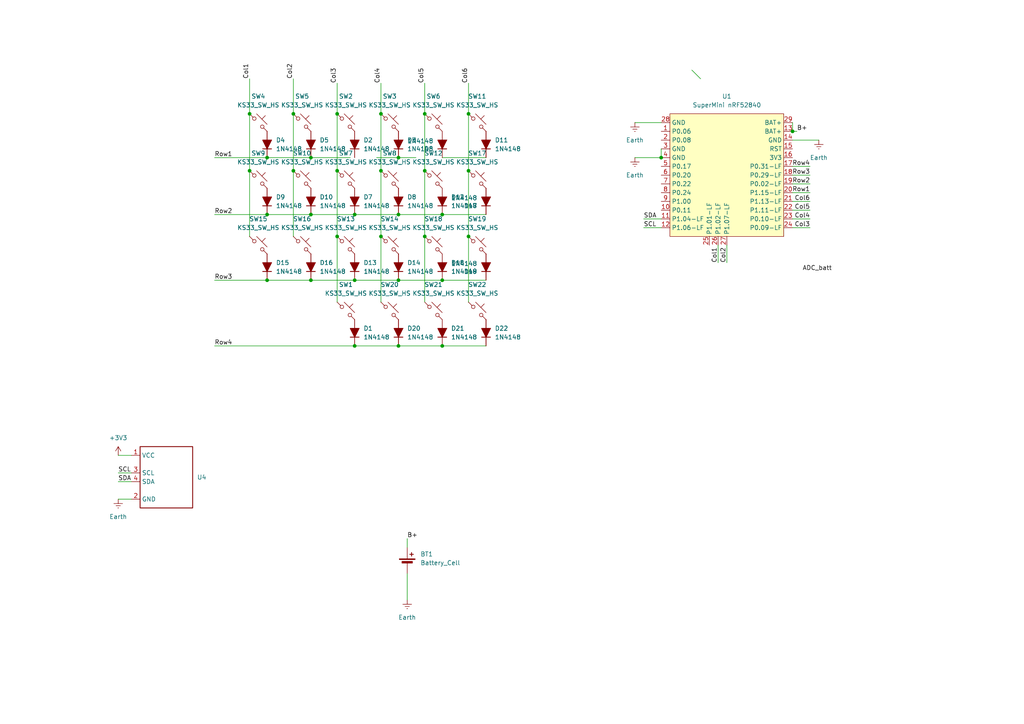
<source format=kicad_sch>
(kicad_sch (version 20250114) (generator "eeschema") (generator_version "9.0")
  (paper "A4")
  (lib_symbols
    (symbol "Device:Battery_Cell" (pin_numbers (hide yes)) (pin_names (offset 0) (hide yes))
      (property "Reference" "BT" (at 2.54 2.54 0))
      (property "Value" "Battery_Cell" (at 2.54 0 0))
      (symbol "Battery_Cell_0_1"
        (rectangle (start -2.286 1.778) (end 2.286 1.524) (fill (type outline)))
        (rectangle (start -1.524 1.016) (end 1.524 0.508) (fill (type outline)))
        (polyline (pts (xy 0 1.778) (xy 0 2.54)))
        (polyline (pts (xy 0 0.762) (xy 0 0)))
        (polyline (pts (xy 0.762 3.048) (xy 1.778 3.048)) (stroke (width 0.254)))
        (polyline (pts (xy 1.27 3.556) (xy 1.27 2.54)) (stroke (width 0.254)))
      )
      (symbol "Battery_Cell_1_1"
        (pin passive line (at 0 5.08 270) (length 2.54) (name "+") (number "1"))
        (pin passive line (at 0 -2.54 90) (length 2.54) (name "-") (number "2"))
      )
    )
    (symbol "Library:SSD1306-128X64-OLED-0.96"
      (property "Reference" "U?" (at 8.382 1.27 0))
      (symbol "SSD1306-128X64-OLED-0.96_0_0"
        (rectangle (start -5.08 10.16) (end 10.16 -7.62) (stroke (width 0.254)))
      )
      (symbol "SSD1306-128X64-OLED-0.96_1_0"
        (pin power_in line (at -7.62 7.62 0) (length 2.54) (name "VCC") (number "1"))
        (pin passive line (at -7.62 2.54 0) (length 2.54) (name "SCL") (number "3"))
        (pin input line (at -7.62 0 0) (length 2.54) (name "SDA") (number "4"))
        (pin power_in line (at -7.62 -5.08 0) (length 2.54) (name "GND") (number "2"))
      )
    )
    (symbol "PCM_Diode_AKL:1N4148" (pin_numbers (hide yes)) (pin_names (offset 1.016) (hide yes))
      (property "Reference" "D" (at 0 5.08 0))
      (property "Value" "1N4148" (at 0 2.54 0))
      (symbol "1N4148_0_1"
        (polyline (pts (xy -1.27 1.27) (xy -1.27 -1.27) (xy 1.27 0) (xy -1.27 1.27)) (stroke (width 0.254)) (fill (type outline)))
        (polyline (pts (xy -1.27 0) (xy 1.27 0)))
        (polyline (pts (xy 1.27 1.27) (xy 1.27 -1.27)) (stroke (width 0.254)))
      )
      (symbol "1N4148_0_2"
        (polyline (pts (xy -2.54 -2.54) (xy 2.54 2.54)))
        (polyline (pts (xy -0.889 -0.889) (xy -1.778 0) (xy 0.889 0.889) (xy 0 -1.778) (xy -0.889 -0.889)) (stroke (width 0.254)) (fill (type outline)))
        (polyline (pts (xy 0 1.778) (xy 1.778 0)) (stroke (width 0.254)))
      )
      (symbol "1N4148_1_1"
        (pin passive line (at -3.81 0 0) (length 2.54) (name "A") (number "2"))
        (pin passive line (at 3.81 0 180) (length 2.54) (name "K") (number "1"))
      )
      (symbol "1N4148_1_2"
        (pin passive line (at -2.54 -2.54 0) (length 0) (name "A") (number "2"))
        (pin passive line (at 2.54 2.54 180) (length 0) (name "K") (number "1"))
      )
    )
    (symbol "PCM_marbastlib-gateron_lp:KS33_SW_HS_KS-2P02B01-02" (pin_numbers (hide yes)) (pin_names (offset 1.016) (hide yes))
      (property "Reference" "SW" (at 3.048 1.016 0))
      (property "Value" "KS33_SW_HS" (at 0 -3.81 0))
      (symbol "KS33_SW_HS_KS-2P02B01-02_0_1"
        (polyline (pts (xy -2.54 2.54) (xy -1.524 1.524) (xy -1.524 1.524)))
        (circle (center -1.1684 1.1684) (radius 0.508))
        (polyline (pts (xy -0.508 2.54) (xy 2.54 -0.508)))
        (polyline (pts (xy 1.016 1.016) (xy 2.032 2.032)))
        (circle (center 1.143 -1.1938) (radius 0.508))
        (polyline (pts (xy 1.524 -1.524) (xy 2.54 -2.54) (xy 2.54 -2.54) (xy 2.54 -2.54)))
        (pin passive line (at -2.54 2.54 0) (length 0) (name "1") (number "1"))
        (pin passive line (at 2.54 -2.54 180) (length 0) (name "2") (number "2"))
      )
    )
    (symbol "PCM_marbastlib-promicroish:SuperMini_nRF52840" (in_bom no)
      (property "Reference" "U" (at 0 22.86 0))
      (property "Value" "SuperMini nRF52840" (at 0 20.32 0))
      (symbol "SuperMini_nRF52840_0_0"
        (pin bidirectional line (at -19.05 13.97 0) (length 2.54) (name "P0.06") (number "1"))
        (pin bidirectional line (at -19.05 11.43 0) (length 2.54) (name "P0.08") (number "2"))
        (pin power_out line (at -19.05 8.89 0) (length 2.54) (name "GND") (number "3"))
        (pin power_out line (at -19.05 6.35 0) (length 2.54) (name "GND") (number "4"))
        (pin bidirectional line (at -19.05 3.81 0) (length 2.54) (name "P0.17") (number "5"))
        (pin bidirectional line (at -19.05 1.27 0) (length 2.54) (name "P0.20") (number "6"))
        (pin bidirectional line (at -19.05 -1.27 0) (length 2.54) (name "P0.22") (number "7"))
        (pin bidirectional line (at -19.05 -3.81 0) (length 2.54) (name "P0.24") (number "8"))
        (pin bidirectional line (at -19.05 -6.35 0) (length 2.54) (name "P1.00") (number "9"))
        (pin bidirectional line (at -19.05 -8.89 0) (length 2.54) (name "P0.11") (number "10"))
        (pin bidirectional line (at -19.05 -11.43 0) (length 2.54) (name "P1.04-LF") (number "11"))
        (pin bidirectional line (at -19.05 -13.97 0) (length 2.54) (name "P1.06-LF") (number "12"))
        (pin power_out line (at 19.05 11.43 180) (length 2.54) (name "GND") (number "14"))
        (pin bidirectional line (at 19.05 8.89 180) (length 2.54) (name "RST") (number "15"))
        (pin bidirectional line (at 19.05 3.81 180) (length 2.54) (name "P0.31-LF") (number "17"))
        (pin bidirectional line (at 19.05 1.27 180) (length 2.54) (name "P0.29-LF") (number "18"))
        (pin bidirectional line (at 19.05 -1.27 180) (length 2.54) (name "P0.02-LF") (number "19"))
        (pin bidirectional line (at 19.05 -3.81 180) (length 2.54) (name "P1.15-LF") (number "20"))
        (pin bidirectional line (at 19.05 -6.35 180) (length 2.54) (name "P1.13-LF") (number "21"))
        (pin bidirectional line (at 19.05 -8.89 180) (length 2.54) (name "P1.11-LF") (number "22"))
        (pin bidirectional line (at 19.05 -13.97 180) (length 2.54) (name "P0.09-LF") (number "24"))
      )
      (symbol "SuperMini_nRF52840_1_0"
        (pin power_out line (at -19.05 16.51 0) (length 2.54) (name "GND") (number "28"))
        (pin bidirectional line (at -5.08 -19.05 90) (length 2.54) (name "P1.01-LF") (number "25"))
        (pin bidirectional line (at -2.54 -19.05 90) (length 2.54) (name "P1.02-LF") (number "26"))
        (pin bidirectional line (at 0 -19.05 90) (length 2.54) (name "P1.07-LF") (number "27"))
        (pin power_out line (at 19.05 16.51 180) (length 2.54) (name "BAT+") (number "29"))
        (pin power_out line (at 19.05 13.97 180) (length 2.54) (name "BAT+") (number "13"))
        (pin power_out line (at 19.05 6.35 180) (length 2.54) (name "3V3") (number "16"))
        (pin bidirectional line (at 19.05 -11.43 180) (length 2.54) (name "P0.10-LF") (number "23"))
      )
      (symbol "SuperMini_nRF52840_1_1"
        (rectangle (start -16.51 19.05) (end 16.51 -16.51) (fill (type background)))
      )
    )
    (symbol "power:+3V3" (power) (pin_numbers (hide yes)) (pin_names (offset 0) (hide yes))
      (property "Value" "+3V3" (at 0 3.556 0))
      (symbol "+3V3_0_1"
        (polyline (pts (xy -0.762 1.27) (xy 0 2.54)))
        (polyline (pts (xy 0 2.54) (xy 0.762 1.27)))
        (polyline (pts (xy 0 0) (xy 0 2.54)))
      )
      (symbol "+3V3_1_1"
        (pin power_in line (at 0 0 90) (length 0) (name "~") (number "1"))
      )
    )
    (symbol "power:Earth" (power) (pin_numbers (hide yes)) (pin_names (offset 0) (hide yes))
      (property "Value" "Earth" (at 0 -3.81 0))
      (symbol "Earth_0_1"
        (polyline (pts (xy -0.635 -1.905) (xy 0.635 -1.905)))
        (polyline (pts (xy -0.127 -2.54) (xy 0.127 -2.54)))
        (polyline (pts (xy 0 -1.27) (xy 0 0)))
        (polyline (pts (xy 1.27 -1.27) (xy -1.27 -1.27)))
      )
      (symbol "Earth_1_1"
        (pin power_in line (at 0 0 270) (length 0) (name "~") (number "1"))
      )
    )
  )
  (junction (at 110.49 33.02))
  (junction (at 128.27 62.23))
  (junction (at 72.39 33.02))
  (junction (at 110.49 68.58))
  (junction (at 110.49 49.53))
  (junction (at 123.19 33.02))
  (junction (at 115.57 81.28))
  (junction (at 128.27 81.28))
  (junction (at 90.17 81.28))
  (junction (at 77.47 81.28))
  (junction (at 135.89 49.53))
  (junction (at 72.39 49.53))
  (junction (at 128.27 100.33))
  (junction (at 77.47 62.23))
  (junction (at 90.17 62.23))
  (junction (at 115.57 62.23))
  (junction (at 191.77 45.72))
  (junction (at 97.79 68.58))
  (junction (at 102.87 81.28))
  (junction (at 115.57 45.72))
  (junction (at 123.19 49.53))
  (junction (at 97.79 33.02))
  (junction (at 102.87 62.23))
  (junction (at 85.09 49.53))
  (junction (at 102.87 100.33))
  (junction (at 90.17 45.72))
  (junction (at 77.47 45.72))
  (junction (at 229.87 38.1))
  (junction (at 123.19 68.58))
  (junction (at 115.57 100.33))
  (junction (at 85.09 33.02))
  (junction (at 135.89 68.58))
  (junction (at 97.79 49.53))
  (junction (at 135.89 33.02))
  (bus_entry (at 200.66 20.32) (size 2.54 2.54))
  (wire (pts (xy 118.11 166.37) (xy 118.11 173.99)))
  (wire (pts (xy 110.49 49.53) (xy 110.49 68.58)))
  (wire (pts (xy 123.19 24.13) (xy 123.19 33.02)))
  (wire (pts (xy 85.09 49.53) (xy 85.09 68.58)))
  (wire (pts (xy 110.49 33.02) (xy 110.49 24.13)))
  (wire (pts (xy 34.29 144.78) (xy 38.1 144.78)))
  (wire (pts (xy 90.17 45.72) (xy 101.6 45.72)))
  (wire (pts (xy 123.19 68.58) (xy 123.19 87.63)))
  (wire (pts (xy 34.29 139.7) (xy 38.1 139.7)))
  (wire (pts (xy 77.47 81.28) (xy 90.17 81.28)))
  (wire (pts (xy 229.87 60.96) (xy 234.95 60.96)))
  (wire (pts (xy 229.87 38.1) (xy 231.14 38.1)))
  (wire (pts (xy 135.89 24.13) (xy 135.89 33.02)))
  (wire (pts (xy 90.17 62.23) (xy 102.87 62.23)))
  (wire (pts (xy 72.39 33.02) (xy 72.39 49.53)))
  (wire (pts (xy 77.47 45.72) (xy 90.17 45.72)))
  (wire (pts (xy 229.87 55.88) (xy 234.95 55.88)))
  (wire (pts (xy 90.17 81.28) (xy 102.87 81.28)))
  (wire (pts (xy 115.57 62.23) (xy 128.27 62.23)))
  (wire (pts (xy 210.82 71.12) (xy 210.82 76.2)))
  (wire (pts (xy 115.57 45.72) (xy 120.65 45.72)))
  (wire (pts (xy 128.27 100.33) (xy 140.97 100.33)))
  (wire (pts (xy 115.57 100.33) (xy 128.27 100.33)))
  (wire (pts (xy 135.89 68.58) (xy 135.89 87.63)))
  (wire (pts (xy 135.89 49.53) (xy 135.89 68.58)))
  (wire (pts (xy 229.87 53.34) (xy 234.95 53.34)))
  (wire (pts (xy 123.19 33.02) (xy 123.19 49.53)))
  (wire (pts (xy 97.79 24.13) (xy 97.79 33.02)))
  (wire (pts (xy 62.23 45.72) (xy 77.47 45.72)))
  (wire (pts (xy 229.87 50.8) (xy 234.95 50.8)))
  (wire (pts (xy 102.87 100.33) (xy 115.57 100.33)))
  (wire (pts (xy 34.29 137.16) (xy 38.1 137.16)))
  (wire (pts (xy 128.27 45.72) (xy 140.97 45.72)))
  (wire (pts (xy 208.28 71.12) (xy 208.28 76.2)))
  (wire (pts (xy 135.89 33.02) (xy 135.89 49.53)))
  (wire (pts (xy 34.29 132.08) (xy 38.1 132.08)))
  (wire (pts (xy 97.79 68.58) (xy 97.79 87.63)))
  (wire (pts (xy 123.19 49.53) (xy 123.19 68.58)))
  (wire (pts (xy 186.69 63.5) (xy 191.77 63.5)))
  (wire (pts (xy 62.23 100.33) (xy 102.87 100.33)))
  (wire (pts (xy 229.87 63.5) (xy 234.95 63.5)))
  (wire (pts (xy 229.87 40.64) (xy 237.49 40.64)))
  (wire (pts (xy 191.77 43.18) (xy 191.77 45.72)))
  (wire (pts (xy 186.69 66.04) (xy 191.77 66.04)))
  (wire (pts (xy 110.49 68.58) (xy 110.49 87.63)))
  (wire (pts (xy 229.87 58.42) (xy 234.95 58.42)))
  (wire (pts (xy 229.87 48.26) (xy 234.95 48.26)))
  (wire (pts (xy 102.87 62.23) (xy 115.57 62.23)))
  (wire (pts (xy 102.87 81.28) (xy 115.57 81.28)))
  (wire (pts (xy 110.49 49.53) (xy 110.49 33.02)))
  (wire (pts (xy 229.87 66.04) (xy 234.95 66.04)))
  (wire (pts (xy 97.79 49.53) (xy 97.79 68.58)))
  (wire (pts (xy 128.27 81.28) (xy 140.97 81.28)))
  (wire (pts (xy 62.23 62.23) (xy 77.47 62.23)))
  (wire (pts (xy 77.47 62.23) (xy 90.17 62.23)))
  (wire (pts (xy 97.79 33.02) (xy 97.79 49.53)))
  (wire (pts (xy 115.57 81.28) (xy 128.27 81.28)))
  (wire (pts (xy 62.23 81.28) (xy 77.47 81.28)))
  (wire (pts (xy 128.27 62.23) (xy 140.97 62.23)))
  (wire (pts (xy 229.87 35.56) (xy 229.87 38.1)))
  (wire (pts (xy 85.09 33.02) (xy 85.09 49.53)))
  (wire (pts (xy 72.39 22.86) (xy 72.39 33.02)))
  (wire (pts (xy 184.15 45.72) (xy 191.77 45.72)))
  (wire (pts (xy 72.39 49.53) (xy 72.39 68.58)))
  (wire (pts (xy 118.11 156.21) (xy 118.11 158.75)))
  (wire (pts (xy 109.22 45.72) (xy 115.57 45.72)))
  (wire (pts (xy 184.15 35.56) (xy 191.77 35.56)))
  (wire (pts (xy 85.09 22.86) (xy 85.09 33.02)))
  (label "SDA" (at 34.29 139.7 0))
  (label "Col2" (at 85.09 22.86 90))
  (label "Col2" (at 210.82 76.2 90))
  (label "Row1" (at 62.23 45.72 0))
  (label "Col6" (at 135.89 24.13 90))
  (label "Col1" (at 208.28 76.2 90))
  (label "ADC_batt" (at 241.3 78.74 180))
  (label "Row3" (at 234.95 50.8 180))
  (label "Col4" (at 110.49 24.13 90))
  (label "Row1" (at 234.95 55.88 180))
  (label "SCL" (at 34.29 137.16 0))
  (label "SDA" (at 186.69 63.5 0))
  (label "Col4" (at 234.95 63.5 180))
  (label "Col5" (at 234.95 60.96 180))
  (label "Row2" (at 62.23 62.23 0))
  (label "Row4" (at 234.95 48.26 180))
  (label "Row2" (at 234.95 53.34 180))
  (label "SCL" (at 186.69 66.04 0))
  (label "Col6" (at 234.95 58.42 180))
  (label "B+" (at 118.11 156.21 0))
  (label "Col3" (at 234.95 66.04 180))
  (label "Row4" (at 62.23 100.33 0))
  (label "Col3" (at 97.79 24.13 90))
  (label "B+" (at 231.14 38.1 0))
  (label "Row3" (at 62.23 81.28 0))
  (label "Col5" (at 123.19 24.13 90))
  (label "Col1" (at 72.39 22.86 90))
  (symbol (lib_id "PCM_marbastlib-gateron_lp:KS33_SW_HS_KS-2P02B01-02") (at 113.03 90.17 0) (unit 1)
    (property "Reference" "SW20" (at 113.03 82.55 0))
    (property "Value" "KS33_SW_HS" (at 113.03 85.09 0))
    (property "Footprint" "keyswitches:Kailh_socket_MX_reversible" (effects (hide yes)))
    (property "Description" "Push button switch, normally open, two pins, 45° tilted" (effects (hide yes)))
  )
  (symbol (lib_id "PCM_marbastlib-gateron_lp:KS33_SW_HS_KS-2P02B01-02") (at 74.93 71.12 0) (unit 1)
    (property "Reference" "SW15" (at 74.93 63.5 0))
    (property "Value" "KS33_SW_HS" (at 74.93 66.04 0))
    (property "Footprint" "keyswitches:Kailh_socket_MX_reversible" (effects (hide yes)))
    (property "Description" "Push button switch, normally open, two pins, 45° tilted" (effects (hide yes)))
  )
  (symbol (lib_id "PCM_Diode_AKL:1N4148") (at 77.47 41.91 270) (unit 1)
    (property "Reference" "D4" (at 80.01 40.6399 90) (effects (justify left)))
    (property "Value" "1N4148" (at 80.01 43.1799 90) (effects (justify left)))
    (property "Footprint" "PCM_Diode_THT_AKL:D_DO-35_SOD27_P7.62mm_Horizontal" (effects (hide yes)))
    (property "Datasheet" "https://datasheet.octopart.com/1N4148TR-ON-Semiconductor-datasheet-42765246.pdf" (effects (hide yes)))
    (property "Description" "DO-35 Diode, Small Signal, Fast Switching, 75V, 150mA, 4ns, Alternate KiCad Library" (effects (hide yes)))
    (property "Sim.Device" "D" (effects (hide yes)))
    (property "Sim.Pins" "1=K 2=A" (effects (hide yes)))
  )
  (symbol (lib_id "PCM_marbastlib-gateron_lp:KS33_SW_HS_KS-2P02B01-02") (at 125.73 52.07 0) (unit 1)
    (property "Reference" "SW12" (at 125.73 44.45 0))
    (property "Value" "KS33_SW_HS" (at 125.73 46.99 0))
    (property "Footprint" "keyswitches:Kailh_socket_MX_reversible" (effects (hide yes)))
    (property "Description" "Push button switch, normally open, two pins, 45° tilted" (effects (hide yes)))
  )
  (symbol (lib_id "PCM_Diode_AKL:1N4148") (at 140.97 96.52 270) (unit 1)
    (property "Reference" "D22" (at 143.51 95.2499 90) (effects (justify left)))
    (property "Value" "1N4148" (at 143.51 97.7899 90) (effects (justify left)))
    (property "Footprint" "PCM_Diode_THT_AKL:D_DO-35_SOD27_P7.62mm_Horizontal" (effects (hide yes)))
    (property "Datasheet" "https://datasheet.octopart.com/1N4148TR-ON-Semiconductor-datasheet-42765246.pdf" (effects (hide yes)))
    (property "Description" "DO-35 Diode, Small Signal, Fast Switching, 75V, 150mA, 4ns, Alternate KiCad Library" (effects (hide yes)))
    (property "Sim.Device" "D" (effects (hide yes)))
    (property "Sim.Pins" "1=K 2=A" (effects (hide yes)))
  )
  (symbol (lib_id "PCM_Diode_AKL:1N4148") (at 102.87 77.47 270) (unit 1)
    (property "Reference" "D13" (at 105.41 76.1999 90) (effects (justify left)))
    (property "Value" "1N4148" (at 105.41 78.7399 90) (effects (justify left)))
    (property "Footprint" "PCM_Diode_THT_AKL:D_DO-35_SOD27_P7.62mm_Horizontal" (effects (hide yes)))
    (property "Datasheet" "https://datasheet.octopart.com/1N4148TR-ON-Semiconductor-datasheet-42765246.pdf" (effects (hide yes)))
    (property "Description" "DO-35 Diode, Small Signal, Fast Switching, 75V, 150mA, 4ns, Alternate KiCad Library" (effects (hide yes)))
    (property "Sim.Device" "D" (effects (hide yes)))
    (property "Sim.Pins" "1=K 2=A" (effects (hide yes)))
  )
  (symbol (lib_id "PCM_marbastlib-gateron_lp:KS33_SW_HS_KS-2P02B01-02") (at 125.73 71.12 0) (unit 1)
    (property "Reference" "SW18" (at 125.73 63.5 0))
    (property "Value" "KS33_SW_HS" (at 125.73 66.04 0))
    (property "Footprint" "keyswitches:Kailh_socket_MX_reversible" (effects (hide yes)))
    (property "Description" "Push button switch, normally open, two pins, 45° tilted" (effects (hide yes)))
  )
  (symbol (lib_id "PCM_Diode_AKL:1N4148") (at 90.17 58.42 270) (unit 1)
    (property "Reference" "D10" (at 92.71 57.1499 90) (effects (justify left)))
    (property "Value" "1N4148" (at 92.71 59.6899 90) (effects (justify left)))
    (property "Footprint" "PCM_Diode_THT_AKL:D_DO-35_SOD27_P7.62mm_Horizontal" (effects (hide yes)))
    (property "Datasheet" "https://datasheet.octopart.com/1N4148TR-ON-Semiconductor-datasheet-42765246.pdf" (effects (hide yes)))
    (property "Description" "DO-35 Diode, Small Signal, Fast Switching, 75V, 150mA, 4ns, Alternate KiCad Library" (effects (hide yes)))
    (property "Sim.Device" "D" (effects (hide yes)))
    (property "Sim.Pins" "1=K 2=A" (effects (hide yes)))
  )
  (symbol (lib_id "PCM_Diode_AKL:1N4148") (at 140.97 77.47 270) (unit 1)
    (property "Reference" "D19" (at 138.43 78.7401 90) (effects (justify right)))
    (property "Value" "1N4148" (at 138.43 76.454 90) (effects (justify right)))
    (property "Footprint" "PCM_Diode_THT_AKL:D_DO-35_SOD27_P7.62mm_Horizontal" (effects (hide yes)))
    (property "Datasheet" "https://datasheet.octopart.com/1N4148TR-ON-Semiconductor-datasheet-42765246.pdf" (effects (hide yes)))
    (property "Description" "DO-35 Diode, Small Signal, Fast Switching, 75V, 150mA, 4ns, Alternate KiCad Library" (effects (hide yes)))
    (property "Sim.Device" "D" (effects (hide yes)))
    (property "Sim.Pins" "1=K 2=A" (effects (hide yes)))
  )
  (symbol (lib_id "PCM_Diode_AKL:1N4148") (at 115.57 41.91 270) (unit 1)
    (property "Reference" "D3" (at 118.11 40.6399 90) (effects (justify left)))
    (property "Value" "1N4148" (at 118.11 43.1799 90) (effects (justify left)))
    (property "Footprint" "PCM_Diode_THT_AKL:D_DO-35_SOD27_P7.62mm_Horizontal" (effects (hide yes)))
    (property "Datasheet" "https://datasheet.octopart.com/1N4148TR-ON-Semiconductor-datasheet-42765246.pdf" (effects (hide yes)))
    (property "Description" "DO-35 Diode, Small Signal, Fast Switching, 75V, 150mA, 4ns, Alternate KiCad Library" (effects (hide yes)))
    (property "Sim.Device" "D" (effects (hide yes)))
    (property "Sim.Pins" "1=K 2=A" (effects (hide yes)))
  )
  (symbol (lib_id "PCM_marbastlib-gateron_lp:KS33_SW_HS_KS-2P02B01-02") (at 113.03 71.12 0) (unit 1)
    (property "Reference" "SW14" (at 113.03 63.5 0))
    (property "Value" "KS33_SW_HS" (at 113.03 66.04 0))
    (property "Footprint" "keyswitches:Kailh_socket_MX_reversible" (effects (hide yes)))
    (property "Description" "Push button switch, normally open, two pins, 45° tilted" (effects (hide yes)))
  )
  (symbol (lib_id "PCM_Diode_AKL:1N4148") (at 140.97 58.42 270) (unit 1)
    (property "Reference" "D17" (at 138.43 59.6901 90) (effects (justify right)))
    (property "Value" "1N4148" (at 138.43 57.404 90) (effects (justify right)))
    (property "Footprint" "PCM_Diode_THT_AKL:D_DO-35_SOD27_P7.62mm_Horizontal" (effects (hide yes)))
    (property "Datasheet" "https://datasheet.octopart.com/1N4148TR-ON-Semiconductor-datasheet-42765246.pdf" (effects (hide yes)))
    (property "Description" "DO-35 Diode, Small Signal, Fast Switching, 75V, 150mA, 4ns, Alternate KiCad Library" (effects (hide yes)))
    (property "Sim.Device" "D" (effects (hide yes)))
    (property "Sim.Pins" "1=K 2=A" (effects (hide yes)))
  )
  (symbol (lib_id "power:Earth") (at 237.49 40.64 0) (unit 1)
    (property "Reference" "#PWR01" (effects (hide yes)))
    (property "Value" "Earth" (at 237.49 45.72 0))
    (property "Description" "Power symbol creates a global label with name \"Earth\"" (effects (hide yes)))
  )
  (symbol (lib_id "PCM_marbastlib-gateron_lp:KS33_SW_HS_KS-2P02B01-02") (at 87.63 35.56 0) (unit 1)
    (property "Reference" "SW5" (at 87.63 27.94 0))
    (property "Value" "KS33_SW_HS" (at 87.63 30.48 0))
    (property "Footprint" "keyswitches:Kailh_socket_MX_reversible" (effects (hide yes)))
    (property "Description" "Push button switch, normally open, two pins, 45° tilted" (effects (hide yes)))
  )
  (symbol (lib_id "PCM_Diode_AKL:1N4148") (at 128.27 41.91 270) (unit 1)
    (property "Reference" "D6" (at 125.73 43.1801 90) (effects (justify right)))
    (property "Value" "1N4148" (at 125.73 40.894 90) (effects (justify right)))
    (property "Footprint" "PCM_Diode_THT_AKL:D_DO-35_SOD27_P7.62mm_Horizontal" (effects (hide yes)))
    (property "Datasheet" "https://datasheet.octopart.com/1N4148TR-ON-Semiconductor-datasheet-42765246.pdf" (effects (hide yes)))
    (property "Description" "DO-35 Diode, Small Signal, Fast Switching, 75V, 150mA, 4ns, Alternate KiCad Library" (effects (hide yes)))
    (property "Sim.Device" "D" (effects (hide yes)))
    (property "Sim.Pins" "1=K 2=A" (effects (hide yes)))
  )
  (symbol (lib_id "Library:SSD1306-128X64-OLED-0.96") (at 45.72 139.7 0) (unit 1)
    (property "Reference" "U4" (at 57.15 138.4299 0) (effects (justify left)))
    (property "Value" "SSD1306-128X64-OLED-0.96" (effects (hide yes)))
    (property "Footprint" "Library:SSD1306" (effects (hide yes)))
  )
  (symbol (lib_id "PCM_marbastlib-gateron_lp:KS33_SW_HS_KS-2P02B01-02") (at 100.33 35.56 0) (unit 1)
    (property "Reference" "SW2" (at 100.33 27.94 0))
    (property "Value" "KS33_SW_HS" (at 100.33 30.48 0))
    (property "Footprint" "keyswitches:Kailh_socket_MX_reversible" (effects (hide yes)))
    (property "Description" "Push button switch, normally open, two pins, 45° tilted" (effects (hide yes)))
  )
  (symbol (lib_id "PCM_marbastlib-gateron_lp:KS33_SW_HS_KS-2P02B01-02") (at 87.63 52.07 0) (unit 1)
    (property "Reference" "SW10" (at 87.63 44.45 0))
    (property "Value" "KS33_SW_HS" (at 87.63 46.99 0))
    (property "Footprint" "keyswitches:Kailh_socket_MX_reversible" (effects (hide yes)))
    (property "Description" "Push button switch, normally open, two pins, 45° tilted" (effects (hide yes)))
  )
  (symbol (lib_id "power:Earth") (at 184.15 45.72 0) (unit 1)
    (property "Reference" "#PWR03" (effects (hide yes)))
    (property "Value" "Earth" (at 184.15 50.8 0))
    (property "Description" "Power symbol creates a global label with name \"Earth\"" (effects (hide yes)))
  )
  (symbol (lib_id "PCM_Diode_AKL:1N4148") (at 115.57 96.52 270) (unit 1)
    (property "Reference" "D20" (at 118.11 95.2499 90) (effects (justify left)))
    (property "Value" "1N4148" (at 118.11 97.7899 90) (effects (justify left)))
    (property "Footprint" "PCM_Diode_THT_AKL:D_DO-35_SOD27_P7.62mm_Horizontal" (effects (hide yes)))
    (property "Datasheet" "https://datasheet.octopart.com/1N4148TR-ON-Semiconductor-datasheet-42765246.pdf" (effects (hide yes)))
    (property "Description" "DO-35 Diode, Small Signal, Fast Switching, 75V, 150mA, 4ns, Alternate KiCad Library" (effects (hide yes)))
    (property "Sim.Device" "D" (effects (hide yes)))
    (property "Sim.Pins" "1=K 2=A" (effects (hide yes)))
  )
  (symbol (lib_id "PCM_Diode_AKL:1N4148") (at 115.57 58.42 270) (unit 1)
    (property "Reference" "D8" (at 118.11 57.1499 90) (effects (justify left)))
    (property "Value" "1N4148" (at 118.11 59.6899 90) (effects (justify left)))
    (property "Footprint" "PCM_Diode_THT_AKL:D_DO-35_SOD27_P7.62mm_Horizontal" (effects (hide yes)))
    (property "Datasheet" "https://datasheet.octopart.com/1N4148TR-ON-Semiconductor-datasheet-42765246.pdf" (effects (hide yes)))
    (property "Description" "DO-35 Diode, Small Signal, Fast Switching, 75V, 150mA, 4ns, Alternate KiCad Library" (effects (hide yes)))
    (property "Sim.Device" "D" (effects (hide yes)))
    (property "Sim.Pins" "1=K 2=A" (effects (hide yes)))
  )
  (symbol (lib_id "PCM_marbastlib-promicroish:SuperMini_nRF52840") (at 210.82 52.07 0) (unit 1) (in_bom no)
    (property "Reference" "U1" (at 210.82 27.94 0))
    (property "Value" "SuperMini nRF52840" (at 210.82 30.48 0))
    (property "Footprint" "PCM_marbastlib-xp-promicroish:SuperMini_nRF52840_AH_USBup" (effects (hide yes)))
    (property "Datasheet" "https://wiki.icbbuy.com/doku.php?id=developmentboard:nrf52840" (effects (hide yes)))
    (property "Description" "Symbol for an nicekeyboards nice!nano" (effects (hide yes)))
  )
  (symbol (lib_id "PCM_Diode_AKL:1N4148") (at 102.87 58.42 270) (unit 1)
    (property "Reference" "D7" (at 105.41 57.1499 90) (effects (justify left)))
    (property "Value" "1N4148" (at 105.41 59.6899 90) (effects (justify left)))
    (property "Footprint" "PCM_Diode_THT_AKL:D_DO-35_SOD27_P7.62mm_Horizontal" (effects (hide yes)))
    (property "Datasheet" "https://datasheet.octopart.com/1N4148TR-ON-Semiconductor-datasheet-42765246.pdf" (effects (hide yes)))
    (property "Description" "DO-35 Diode, Small Signal, Fast Switching, 75V, 150mA, 4ns, Alternate KiCad Library" (effects (hide yes)))
    (property "Sim.Device" "D" (effects (hide yes)))
    (property "Sim.Pins" "1=K 2=A" (effects (hide yes)))
  )
  (symbol (lib_id "PCM_marbastlib-gateron_lp:KS33_SW_HS_KS-2P02B01-02") (at 138.43 35.56 0) (unit 1)
    (property "Reference" "SW11" (at 138.43 27.94 0))
    (property "Value" "KS33_SW_HS" (at 138.43 30.48 0))
    (property "Footprint" "keyswitches:Kailh_socket_MX_reversible" (effects (hide yes)))
    (property "Description" "Push button switch, normally open, two pins, 45° tilted" (effects (hide yes)))
  )
  (symbol (lib_id "PCM_marbastlib-gateron_lp:KS33_SW_HS_KS-2P02B01-02") (at 100.33 90.17 0) (unit 1)
    (property "Reference" "SW1" (at 100.33 82.55 0))
    (property "Value" "KS33_SW_HS" (at 100.33 85.09 0))
    (property "Footprint" "keyswitches:Kailh_socket_MX_reversible" (effects (hide yes)))
    (property "Description" "Push button switch, normally open, two pins, 45° tilted" (effects (hide yes)))
  )
  (symbol (lib_id "PCM_marbastlib-gateron_lp:KS33_SW_HS_KS-2P02B01-02") (at 125.73 90.17 0) (unit 1)
    (property "Reference" "SW21" (at 125.73 82.55 0))
    (property "Value" "KS33_SW_HS" (at 125.73 85.09 0))
    (property "Footprint" "keyswitches:Kailh_socket_MX_reversible" (effects (hide yes)))
    (property "Description" "Push button switch, normally open, two pins, 45° tilted" (effects (hide yes)))
  )
  (symbol (lib_id "PCM_Diode_AKL:1N4148") (at 128.27 77.47 270) (unit 1)
    (property "Reference" "D18" (at 130.81 76.1999 90) (effects (justify left)))
    (property "Value" "1N4148" (at 130.81 78.7399 90) (effects (justify left)))
    (property "Footprint" "PCM_Diode_THT_AKL:D_DO-35_SOD27_P7.62mm_Horizontal" (effects (hide yes)))
    (property "Datasheet" "https://datasheet.octopart.com/1N4148TR-ON-Semiconductor-datasheet-42765246.pdf" (effects (hide yes)))
    (property "Description" "DO-35 Diode, Small Signal, Fast Switching, 75V, 150mA, 4ns, Alternate KiCad Library" (effects (hide yes)))
    (property "Sim.Device" "D" (effects (hide yes)))
    (property "Sim.Pins" "1=K 2=A" (effects (hide yes)))
  )
  (symbol (lib_id "PCM_marbastlib-gateron_lp:KS33_SW_HS_KS-2P02B01-02") (at 100.33 52.07 0) (unit 1)
    (property "Reference" "SW7" (at 100.33 44.45 0))
    (property "Value" "KS33_SW_HS" (at 100.33 46.99 0))
    (property "Footprint" "keyswitches:Kailh_socket_MX_reversible" (effects (hide yes)))
    (property "Description" "Push button switch, normally open, two pins, 45° tilted" (effects (hide yes)))
  )
  (symbol (lib_id "PCM_marbastlib-gateron_lp:KS33_SW_HS_KS-2P02B01-02") (at 87.63 71.12 0) (unit 1)
    (property "Reference" "SW16" (at 87.63 63.5 0))
    (property "Value" "KS33_SW_HS" (at 87.63 66.04 0))
    (property "Footprint" "keyswitches:Kailh_socket_MX_reversible" (effects (hide yes)))
    (property "Description" "Push button switch, normally open, two pins, 45° tilted" (effects (hide yes)))
  )
  (symbol (lib_id "PCM_Diode_AKL:1N4148") (at 102.87 96.52 270) (unit 1)
    (property "Reference" "D1" (at 105.41 95.2499 90) (effects (justify left)))
    (property "Value" "1N4148" (at 105.41 97.7899 90) (effects (justify left)))
    (property "Footprint" "PCM_Diode_THT_AKL:D_DO-35_SOD27_P7.62mm_Horizontal" (effects (hide yes)))
    (property "Datasheet" "https://datasheet.octopart.com/1N4148TR-ON-Semiconductor-datasheet-42765246.pdf" (effects (hide yes)))
    (property "Description" "DO-35 Diode, Small Signal, Fast Switching, 75V, 150mA, 4ns, Alternate KiCad Library" (effects (hide yes)))
    (property "Sim.Device" "D" (effects (hide yes)))
    (property "Sim.Pins" "1=K 2=A" (effects (hide yes)))
  )
  (symbol (lib_id "PCM_Diode_AKL:1N4148") (at 102.87 41.91 270) (unit 1)
    (property "Reference" "D2" (at 105.41 40.6399 90) (effects (justify left)))
    (property "Value" "1N4148" (at 105.41 43.1799 90) (effects (justify left)))
    (property "Footprint" "PCM_Diode_THT_AKL:D_DO-35_SOD27_P7.62mm_Horizontal" (effects (hide yes)))
    (property "Datasheet" "https://datasheet.octopart.com/1N4148TR-ON-Semiconductor-datasheet-42765246.pdf" (effects (hide yes)))
    (property "Description" "DO-35 Diode, Small Signal, Fast Switching, 75V, 150mA, 4ns, Alternate KiCad Library" (effects (hide yes)))
    (property "Sim.Device" "D" (effects (hide yes)))
    (property "Sim.Pins" "1=K 2=A" (effects (hide yes)))
  )
  (symbol (lib_id "PCM_Diode_AKL:1N4148") (at 90.17 77.47 270) (unit 1)
    (property "Reference" "D16" (at 92.71 76.1999 90) (effects (justify left)))
    (property "Value" "1N4148" (at 92.71 78.7399 90) (effects (justify left)))
    (property "Footprint" "PCM_Diode_THT_AKL:D_DO-35_SOD27_P7.62mm_Horizontal" (effects (hide yes)))
    (property "Datasheet" "https://datasheet.octopart.com/1N4148TR-ON-Semiconductor-datasheet-42765246.pdf" (effects (hide yes)))
    (property "Description" "DO-35 Diode, Small Signal, Fast Switching, 75V, 150mA, 4ns, Alternate KiCad Library" (effects (hide yes)))
    (property "Sim.Device" "D" (effects (hide yes)))
    (property "Sim.Pins" "1=K 2=A" (effects (hide yes)))
  )
  (symbol (lib_id "PCM_marbastlib-gateron_lp:KS33_SW_HS_KS-2P02B01-02") (at 74.93 35.56 0) (unit 1)
    (property "Reference" "SW4" (at 74.93 27.94 0))
    (property "Value" "KS33_SW_HS" (at 74.93 30.48 0))
    (property "Footprint" "keyswitches:Kailh_socket_MX_reversible" (effects (hide yes)))
    (property "Description" "Push button switch, normally open, two pins, 45° tilted" (effects (hide yes)))
  )
  (symbol (lib_id "PCM_Diode_AKL:1N4148") (at 90.17 41.91 270) (unit 1)
    (property "Reference" "D5" (at 92.71 40.6399 90) (effects (justify left)))
    (property "Value" "1N4148" (at 92.71 43.1799 90) (effects (justify left)))
    (property "Footprint" "PCM_Diode_THT_AKL:D_DO-35_SOD27_P7.62mm_Horizontal" (effects (hide yes)))
    (property "Datasheet" "https://datasheet.octopart.com/1N4148TR-ON-Semiconductor-datasheet-42765246.pdf" (effects (hide yes)))
    (property "Description" "DO-35 Diode, Small Signal, Fast Switching, 75V, 150mA, 4ns, Alternate KiCad Library" (effects (hide yes)))
    (property "Sim.Device" "D" (effects (hide yes)))
    (property "Sim.Pins" "1=K 2=A" (effects (hide yes)))
  )
  (symbol (lib_id "PCM_Diode_AKL:1N4148") (at 77.47 58.42 270) (unit 1)
    (property "Reference" "D9" (at 80.01 57.1499 90) (effects (justify left)))
    (property "Value" "1N4148" (at 80.01 59.6899 90) (effects (justify left)))
    (property "Footprint" "PCM_Diode_THT_AKL:D_DO-35_SOD27_P7.62mm_Horizontal" (effects (hide yes)))
    (property "Datasheet" "https://datasheet.octopart.com/1N4148TR-ON-Semiconductor-datasheet-42765246.pdf" (effects (hide yes)))
    (property "Description" "DO-35 Diode, Small Signal, Fast Switching, 75V, 150mA, 4ns, Alternate KiCad Library" (effects (hide yes)))
    (property "Sim.Device" "D" (effects (hide yes)))
    (property "Sim.Pins" "1=K 2=A" (effects (hide yes)))
  )
  (symbol (lib_id "PCM_Diode_AKL:1N4148") (at 128.27 96.52 270) (unit 1)
    (property "Reference" "D21" (at 130.81 95.2499 90) (effects (justify left)))
    (property "Value" "1N4148" (at 130.81 97.7899 90) (effects (justify left)))
    (property "Footprint" "PCM_Diode_THT_AKL:D_DO-35_SOD27_P7.62mm_Horizontal" (effects (hide yes)))
    (property "Datasheet" "https://datasheet.octopart.com/1N4148TR-ON-Semiconductor-datasheet-42765246.pdf" (effects (hide yes)))
    (property "Description" "DO-35 Diode, Small Signal, Fast Switching, 75V, 150mA, 4ns, Alternate KiCad Library" (effects (hide yes)))
    (property "Sim.Device" "D" (effects (hide yes)))
    (property "Sim.Pins" "1=K 2=A" (effects (hide yes)))
  )
  (symbol (lib_id "PCM_marbastlib-gateron_lp:KS33_SW_HS_KS-2P02B01-02") (at 138.43 71.12 0) (unit 1)
    (property "Reference" "SW19" (at 138.43 63.5 0))
    (property "Value" "KS33_SW_HS" (at 138.43 66.04 0))
    (property "Footprint" "keyswitches:Kailh_socket_MX_reversible" (effects (hide yes)))
    (property "Description" "Push button switch, normally open, two pins, 45° tilted" (effects (hide yes)))
  )
  (symbol (lib_id "PCM_marbastlib-gateron_lp:KS33_SW_HS_KS-2P02B01-02") (at 113.03 52.07 0) (unit 1)
    (property "Reference" "SW8" (at 113.03 44.45 0))
    (property "Value" "KS33_SW_HS" (at 113.03 46.99 0))
    (property "Footprint" "keyswitches:Kailh_socket_MX_reversible" (effects (hide yes)))
    (property "Description" "Push button switch, normally open, two pins, 45° tilted" (effects (hide yes)))
  )
  (symbol (lib_id "Device:Battery_Cell") (at 118.11 163.83 0) (unit 1)
    (property "Reference" "BT1" (at 121.92 160.7184 0) (effects (justify left)))
    (property "Value" "Battery_Cell" (at 121.92 163.2584 0) (effects (justify left)))
    (property "Description" "Single-cell battery" (effects (hide yes)))
  )
  (symbol (lib_id "PCM_Diode_AKL:1N4148") (at 140.97 41.91 270) (unit 1)
    (property "Reference" "D11" (at 143.51 40.6399 90) (effects (justify left)))
    (property "Value" "1N4148" (at 143.51 43.1799 90) (effects (justify left)))
    (property "Footprint" "PCM_Diode_THT_AKL:D_DO-35_SOD27_P7.62mm_Horizontal" (effects (hide yes)))
    (property "Datasheet" "https://datasheet.octopart.com/1N4148TR-ON-Semiconductor-datasheet-42765246.pdf" (effects (hide yes)))
    (property "Description" "DO-35 Diode, Small Signal, Fast Switching, 75V, 150mA, 4ns, Alternate KiCad Library" (effects (hide yes)))
    (property "Sim.Device" "D" (effects (hide yes)))
    (property "Sim.Pins" "1=K 2=A" (effects (hide yes)))
  )
  (symbol (lib_id "PCM_Diode_AKL:1N4148") (at 115.57 77.47 270) (unit 1)
    (property "Reference" "D14" (at 118.11 76.1999 90) (effects (justify left)))
    (property "Value" "1N4148" (at 118.11 78.7399 90) (effects (justify left)))
    (property "Footprint" "PCM_Diode_THT_AKL:D_DO-35_SOD27_P7.62mm_Horizontal" (effects (hide yes)))
    (property "Datasheet" "https://datasheet.octopart.com/1N4148TR-ON-Semiconductor-datasheet-42765246.pdf" (effects (hide yes)))
    (property "Description" "DO-35 Diode, Small Signal, Fast Switching, 75V, 150mA, 4ns, Alternate KiCad Library" (effects (hide yes)))
    (property "Sim.Device" "D" (effects (hide yes)))
    (property "Sim.Pins" "1=K 2=A" (effects (hide yes)))
  )
  (symbol (lib_id "PCM_marbastlib-gateron_lp:KS33_SW_HS_KS-2P02B01-02") (at 74.93 52.07 0) (unit 1)
    (property "Reference" "SW9" (at 74.93 44.45 0))
    (property "Value" "KS33_SW_HS" (at 74.93 46.99 0))
    (property "Footprint" "keyswitches:Kailh_socket_MX_reversible" (effects (hide yes)))
    (property "Description" "Push button switch, normally open, two pins, 45° tilted" (effects (hide yes)))
  )
  (symbol (lib_id "PCM_Diode_AKL:1N4148") (at 77.47 77.47 270) (unit 1)
    (property "Reference" "D15" (at 80.01 76.1999 90) (effects (justify left)))
    (property "Value" "1N4148" (at 80.01 78.7399 90) (effects (justify left)))
    (property "Footprint" "PCM_Diode_THT_AKL:D_DO-35_SOD27_P7.62mm_Horizontal" (effects (hide yes)))
    (property "Datasheet" "https://datasheet.octopart.com/1N4148TR-ON-Semiconductor-datasheet-42765246.pdf" (effects (hide yes)))
    (property "Description" "DO-35 Diode, Small Signal, Fast Switching, 75V, 150mA, 4ns, Alternate KiCad Library" (effects (hide yes)))
    (property "Sim.Device" "D" (effects (hide yes)))
    (property "Sim.Pins" "1=K 2=A" (effects (hide yes)))
  )
  (symbol (lib_id "PCM_marbastlib-gateron_lp:KS33_SW_HS_KS-2P02B01-02") (at 138.43 90.17 0) (unit 1)
    (property "Reference" "SW22" (at 138.43 82.55 0))
    (property "Value" "KS33_SW_HS" (at 138.43 85.09 0))
    (property "Footprint" "keyswitches:Kailh_socket_MX_reversible" (effects (hide yes)))
    (property "Description" "Push button switch, normally open, two pins, 45° tilted" (effects (hide yes)))
  )
  (symbol (lib_id "power:Earth") (at 34.29 144.78 0) (unit 1)
    (property "Reference" "#PWR02" (effects (hide yes)))
    (property "Value" "Earth" (at 34.29 149.86 0))
    (property "Description" "Power symbol creates a global label with name \"Earth\"" (effects (hide yes)))
  )
  (symbol (lib_id "power:+3V3") (at 34.29 132.08 0) (unit 1)
    (property "Reference" "#PWR012" (effects (hide yes)))
    (property "Value" "+3V3" (at 34.29 127 0))
    (property "Description" "Power symbol creates a global label with name \"+3V3\"" (effects (hide yes)))
  )
  (symbol (lib_id "PCM_marbastlib-gateron_lp:KS33_SW_HS_KS-2P02B01-02") (at 138.43 52.07 0) (unit 1)
    (property "Reference" "SW17" (at 138.43 44.45 0))
    (property "Value" "KS33_SW_HS" (at 138.43 46.99 0))
    (property "Footprint" "keyswitches:Kailh_socket_MX_reversible" (effects (hide yes)))
    (property "Description" "Push button switch, normally open, two pins, 45° tilted" (effects (hide yes)))
  )
  (symbol (lib_id "PCM_marbastlib-gateron_lp:KS33_SW_HS_KS-2P02B01-02") (at 113.03 35.56 0) (unit 1)
    (property "Reference" "SW3" (at 113.03 27.94 0))
    (property "Value" "KS33_SW_HS" (at 113.03 30.48 0))
    (property "Footprint" "keyswitches:Kailh_socket_MX_reversible" (effects (hide yes)))
    (property "Description" "Push button switch, normally open, two pins, 45° tilted" (effects (hide yes)))
  )
  (symbol (lib_id "PCM_Diode_AKL:1N4148") (at 128.27 58.42 270) (unit 1)
    (property "Reference" "D12" (at 130.81 57.1499 90) (effects (justify left)))
    (property "Value" "1N4148" (at 130.81 59.6899 90) (effects (justify left)))
    (property "Footprint" "PCM_Diode_THT_AKL:D_DO-35_SOD27_P7.62mm_Horizontal" (effects (hide yes)))
    (property "Datasheet" "https://datasheet.octopart.com/1N4148TR-ON-Semiconductor-datasheet-42765246.pdf" (effects (hide yes)))
    (property "Description" "DO-35 Diode, Small Signal, Fast Switching, 75V, 150mA, 4ns, Alternate KiCad Library" (effects (hide yes)))
    (property "Sim.Device" "D" (effects (hide yes)))
    (property "Sim.Pins" "1=K 2=A" (effects (hide yes)))
  )
  (symbol (lib_id "power:Earth") (at 118.11 173.99 0) (unit 1)
    (property "Reference" "#PWR08" (effects (hide yes)))
    (property "Value" "Earth" (at 118.11 179.07 0))
    (property "Description" "Power symbol creates a global label with name \"Earth\"" (effects (hide yes)))
  )
  (symbol (lib_id "PCM_marbastlib-gateron_lp:KS33_SW_HS_KS-2P02B01-02") (at 125.73 35.56 0) (unit 1)
    (property "Reference" "SW6" (at 125.73 27.94 0))
    (property "Value" "KS33_SW_HS" (at 125.73 30.48 0))
    (property "Footprint" "keyswitches:Kailh_socket_MX_reversible" (effects (hide yes)))
    (property "Description" "Push button switch, normally open, two pins, 45° tilted" (effects (hide yes)))
  )
  (symbol (lib_id "PCM_marbastlib-gateron_lp:KS33_SW_HS_KS-2P02B01-02") (at 100.33 71.12 0) (unit 1)
    (property "Reference" "SW13" (at 100.33 63.5 0))
    (property "Value" "KS33_SW_HS" (at 100.33 66.04 0))
    (property "Footprint" "keyswitches:Kailh_socket_MX_reversible" (effects (hide yes)))
    (property "Description" "Push button switch, normally open, two pins, 45° tilted" (effects (hide yes)))
  )
  (symbol (lib_id "power:Earth") (at 184.15 35.56 0) (unit 1)
    (property "Reference" "#PWR05" (effects (hide yes)))
    (property "Value" "Earth" (at 184.15 40.64 0))
    (property "Description" "Power symbol creates a global label with name \"Earth\"" (effects (hide yes)))
  )
)
</source>
